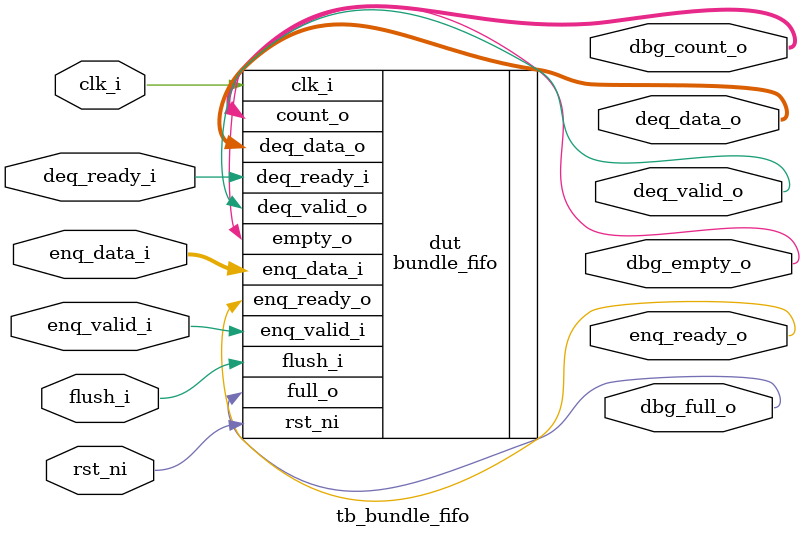
<source format=sv>
module tb_bundle_fifo (
    input  logic        clk_i,
    input  logic        rst_ni,
    input  logic        flush_i,

    input  logic        enq_valid_i,
    output logic        enq_ready_o,
    input  logic [31:0] enq_data_i,

    output logic        deq_valid_o,
    input  logic        deq_ready_i,
    output logic [31:0] deq_data_o,

    output logic [3:0]  dbg_count_o,
    output logic        dbg_full_o,
    output logic        dbg_empty_o
);

  bundle_fifo #(
      .DATA_W(32),
      .DEPTH(4),
      .BYPASS_EN(1)
  ) dut (
      .clk_i(clk_i),
      .rst_ni(rst_ni),
      .flush_i(flush_i),
      .enq_valid_i(enq_valid_i),
      .enq_ready_o(enq_ready_o),
      .enq_data_i(enq_data_i),
      .deq_valid_o(deq_valid_o),
      .deq_ready_i(deq_ready_i),
      .deq_data_o(deq_data_o),
      .count_o(dbg_count_o),
      .full_o(dbg_full_o),
      .empty_o(dbg_empty_o)
  );

endmodule

</source>
